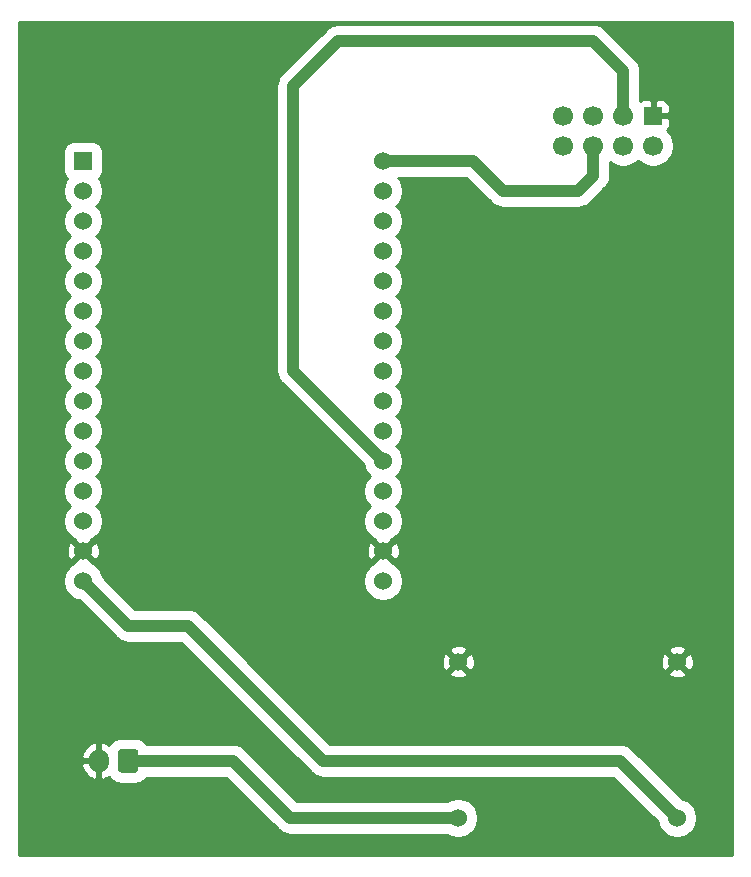
<source format=gbr>
%TF.GenerationSoftware,KiCad,Pcbnew,(5.1.10)-1*%
%TF.CreationDate,2022-04-03T22:30:19-03:00*%
%TF.ProjectId,ESP32_nFR24L01,45535033-325f-46e4-9652-32344c30312e,rev?*%
%TF.SameCoordinates,Original*%
%TF.FileFunction,Copper,L2,Bot*%
%TF.FilePolarity,Positive*%
%FSLAX46Y46*%
G04 Gerber Fmt 4.6, Leading zero omitted, Abs format (unit mm)*
G04 Created by KiCad (PCBNEW (5.1.10)-1) date 2022-04-03 22:30:19*
%MOMM*%
%LPD*%
G01*
G04 APERTURE LIST*
%TA.AperFunction,ComponentPad*%
%ADD10O,1.700000X2.000000*%
%TD*%
%TA.AperFunction,ComponentPad*%
%ADD11C,1.524000*%
%TD*%
%TA.AperFunction,ComponentPad*%
%ADD12C,1.700000*%
%TD*%
%TA.AperFunction,ComponentPad*%
%ADD13R,1.524000X1.524000*%
%TD*%
%TA.AperFunction,Conductor*%
%ADD14C,1.000000*%
%TD*%
%TA.AperFunction,Conductor*%
%ADD15C,0.254000*%
%TD*%
%TA.AperFunction,Conductor*%
%ADD16C,0.100000*%
%TD*%
G04 APERTURE END LIST*
D10*
%TO.P,J1,2*%
%TO.N,GND*%
X121960000Y-121920000D03*
%TO.P,J1,1*%
%TO.N,12V*%
%TA.AperFunction,ComponentPad*%
G36*
G01*
X125310000Y-121170000D02*
X125310000Y-122670000D01*
G75*
G02*
X125060000Y-122920000I-250000J0D01*
G01*
X123860000Y-122920000D01*
G75*
G02*
X123610000Y-122670000I0J250000D01*
G01*
X123610000Y-121170000D01*
G75*
G02*
X123860000Y-120920000I250000J0D01*
G01*
X125060000Y-120920000D01*
G75*
G02*
X125310000Y-121170000I0J-250000D01*
G01*
G37*
%TD.AperFunction*%
%TD*%
D11*
%TO.P,U3,1*%
%TO.N,12V*%
X152400000Y-126746000D03*
%TO.P,U3,3*%
%TO.N,5V*%
X170942000Y-126746000D03*
%TO.P,U3,2*%
%TO.N,GND*%
X152400000Y-113538000D03*
%TO.P,U3,4*%
X170942000Y-113538000D03*
%TD*%
D12*
%TO.P,U2,8*%
%TO.N,Net-(U2-Pad8)*%
X161290000Y-69850000D03*
%TO.P,U2,7*%
%TO.N,MISO*%
X161290000Y-67310000D03*
%TO.P,U2,6*%
%TO.N,MOSI*%
X163830000Y-69850000D03*
%TO.P,U2,5*%
%TO.N,SCK*%
X163830000Y-67310000D03*
%TO.P,U2,4*%
%TO.N,CSN*%
X166370000Y-69850000D03*
%TO.P,U2,3*%
%TO.N,CE*%
X166370000Y-67310000D03*
%TO.P,U2,2*%
%TO.N,3v3*%
X168910000Y-69850000D03*
D13*
%TO.P,U2,1*%
%TO.N,GND*%
X168910000Y-67310000D03*
%TD*%
%TO.P,U1,1*%
%TO.N,Net-(U1-Pad1)*%
X120650000Y-71120000D03*
D11*
%TO.P,U1,2*%
%TO.N,Net-(U1-Pad2)*%
X120650000Y-73660000D03*
%TO.P,U1,3*%
%TO.N,Net-(U1-Pad3)*%
X120650000Y-76200000D03*
%TO.P,U1,4*%
%TO.N,Net-(U1-Pad4)*%
X120650000Y-78740000D03*
%TO.P,U1,5*%
%TO.N,Net-(U1-Pad5)*%
X120650000Y-81280000D03*
%TO.P,U1,6*%
%TO.N,Net-(U1-Pad6)*%
X120650000Y-83820000D03*
%TO.P,U1,7*%
%TO.N,Net-(U1-Pad7)*%
X120650000Y-86360000D03*
%TO.P,U1,8*%
%TO.N,Net-(U1-Pad8)*%
X120650000Y-88900000D03*
%TO.P,U1,9*%
%TO.N,Net-(U1-Pad9)*%
X120650000Y-91440000D03*
%TO.P,U1,10*%
%TO.N,Net-(U1-Pad10)*%
X120650000Y-93980000D03*
%TO.P,U1,11*%
%TO.N,Net-(U1-Pad11)*%
X120650000Y-96520000D03*
%TO.P,U1,12*%
%TO.N,Net-(U1-Pad12)*%
X120650000Y-99060000D03*
%TO.P,U1,13*%
%TO.N,Net-(U1-Pad13)*%
X120650000Y-101600000D03*
%TO.P,U1,14*%
%TO.N,GND*%
X120650000Y-104140000D03*
%TO.P,U1,15*%
%TO.N,5V*%
X120650000Y-106680000D03*
%TO.P,U1,16*%
%TO.N,3v3*%
X146050000Y-106680000D03*
%TO.P,U1,17*%
%TO.N,GND*%
X146050000Y-104140000D03*
%TO.P,U1,18*%
%TO.N,Net-(U1-Pad18)*%
X146050000Y-101600000D03*
%TO.P,U1,19*%
%TO.N,Net-(U1-Pad19)*%
X146050000Y-99060000D03*
%TO.P,U1,20*%
%TO.N,CE*%
X146050000Y-96520000D03*
%TO.P,U1,21*%
%TO.N,Net-(U1-Pad21)*%
X146050000Y-93980000D03*
%TO.P,U1,22*%
%TO.N,Net-(U1-Pad22)*%
X146050000Y-91440000D03*
%TO.P,U1,23*%
%TO.N,CSN*%
X146050000Y-88900000D03*
%TO.P,U1,24*%
%TO.N,SCK*%
X146050000Y-86360000D03*
%TO.P,U1,25*%
%TO.N,MISO*%
X146050000Y-83820000D03*
%TO.P,U1,26*%
%TO.N,Net-(U1-Pad26)*%
X146050000Y-81280000D03*
%TO.P,U1,27*%
%TO.N,Net-(U1-Pad27)*%
X146050000Y-78740000D03*
%TO.P,U1,28*%
%TO.N,Net-(U1-Pad28)*%
X146050000Y-76200000D03*
%TO.P,U1,29*%
%TO.N,Net-(U1-Pad29)*%
X146050000Y-73660000D03*
%TO.P,U1,30*%
%TO.N,MOSI*%
X146050000Y-71120000D03*
%TD*%
D14*
%TO.N,CE*%
X146050000Y-96520000D02*
X138430000Y-88900000D01*
X138430000Y-88900000D02*
X138430000Y-64770000D01*
X138430000Y-64770000D02*
X142240000Y-60960000D01*
X142240000Y-60960000D02*
X163830000Y-60960000D01*
X166370000Y-63500000D02*
X166370000Y-67310000D01*
X163830000Y-60960000D02*
X166370000Y-63500000D01*
%TO.N,5V*%
X124460000Y-110490000D02*
X120650000Y-106680000D01*
X124460000Y-110490000D02*
X129540000Y-110490000D01*
X129540000Y-110490000D02*
X140970000Y-121920000D01*
X166116000Y-121920000D02*
X170942000Y-126746000D01*
X140970000Y-121920000D02*
X166116000Y-121920000D01*
%TO.N,MOSI*%
X146050000Y-71120000D02*
X153670000Y-71120000D01*
X153670000Y-71120000D02*
X156210000Y-73660000D01*
X156210000Y-73660000D02*
X162560000Y-73660000D01*
X163830000Y-72390000D02*
X163830000Y-69850000D01*
X162560000Y-73660000D02*
X163830000Y-72390000D01*
%TO.N,12V*%
X133350000Y-121920000D02*
X124460000Y-121920000D01*
X138176000Y-126746000D02*
X133350000Y-121920000D01*
X152400000Y-126746000D02*
X138176000Y-126746000D01*
%TD*%
D15*
%TO.N,GND*%
X175578001Y-129858000D02*
X115252000Y-129858000D01*
X115252000Y-122279742D01*
X120488715Y-122279742D01*
X120557904Y-122562745D01*
X120680975Y-122826812D01*
X120853198Y-123061795D01*
X121067954Y-123258664D01*
X121316991Y-123409854D01*
X121590739Y-123509554D01*
X121603110Y-123511476D01*
X121833000Y-123390155D01*
X121833000Y-122047000D01*
X120632768Y-122047000D01*
X120488715Y-122279742D01*
X115252000Y-122279742D01*
X115252000Y-121560258D01*
X120488715Y-121560258D01*
X120632768Y-121793000D01*
X121833000Y-121793000D01*
X121833000Y-120449845D01*
X122087000Y-120449845D01*
X122087000Y-121793000D01*
X122107000Y-121793000D01*
X122107000Y-122047000D01*
X122087000Y-122047000D01*
X122087000Y-123390155D01*
X122316890Y-123511476D01*
X122329261Y-123509554D01*
X122603009Y-123409854D01*
X122844028Y-123263532D01*
X122877631Y-123326398D01*
X123024564Y-123505436D01*
X123203602Y-123652369D01*
X123407865Y-123761550D01*
X123629504Y-123828783D01*
X123860000Y-123851485D01*
X125060000Y-123851485D01*
X125290496Y-123828783D01*
X125512135Y-123761550D01*
X125716398Y-123652369D01*
X125895436Y-123505436D01*
X126025461Y-123347000D01*
X132758918Y-123347000D01*
X137117395Y-127705478D01*
X137162077Y-127759923D01*
X137216522Y-127804605D01*
X137216525Y-127804608D01*
X137379365Y-127938248D01*
X137511872Y-128009074D01*
X137627269Y-128070755D01*
X137814661Y-128127600D01*
X137896258Y-128152352D01*
X137920474Y-128154737D01*
X138105902Y-128173000D01*
X138105910Y-128173000D01*
X138176000Y-128179903D01*
X138246090Y-128173000D01*
X151495537Y-128173000D01*
X151599959Y-128242772D01*
X151907337Y-128370092D01*
X152233648Y-128435000D01*
X152566352Y-128435000D01*
X152892663Y-128370092D01*
X153200041Y-128242772D01*
X153476675Y-128057932D01*
X153711932Y-127822675D01*
X153896772Y-127546041D01*
X154024092Y-127238663D01*
X154089000Y-126912352D01*
X154089000Y-126579648D01*
X154024092Y-126253337D01*
X153896772Y-125945959D01*
X153711932Y-125669325D01*
X153476675Y-125434068D01*
X153200041Y-125249228D01*
X152892663Y-125121908D01*
X152566352Y-125057000D01*
X152233648Y-125057000D01*
X151907337Y-125121908D01*
X151599959Y-125249228D01*
X151495537Y-125319000D01*
X138767083Y-125319000D01*
X134408607Y-120960525D01*
X134363923Y-120906077D01*
X134146634Y-120727752D01*
X133898731Y-120595245D01*
X133629741Y-120513648D01*
X133420098Y-120493000D01*
X133420088Y-120493000D01*
X133350000Y-120486097D01*
X133279912Y-120493000D01*
X126025461Y-120493000D01*
X125895436Y-120334564D01*
X125716398Y-120187631D01*
X125512135Y-120078450D01*
X125290496Y-120011217D01*
X125060000Y-119988515D01*
X123860000Y-119988515D01*
X123629504Y-120011217D01*
X123407865Y-120078450D01*
X123203602Y-120187631D01*
X123024564Y-120334564D01*
X122877631Y-120513602D01*
X122844028Y-120576468D01*
X122603009Y-120430146D01*
X122329261Y-120330446D01*
X122316890Y-120328524D01*
X122087000Y-120449845D01*
X121833000Y-120449845D01*
X121603110Y-120328524D01*
X121590739Y-120330446D01*
X121316991Y-120430146D01*
X121067954Y-120581336D01*
X120853198Y-120778205D01*
X120680975Y-121013188D01*
X120557904Y-121277255D01*
X120488715Y-121560258D01*
X115252000Y-121560258D01*
X115252000Y-106513648D01*
X118961000Y-106513648D01*
X118961000Y-106846352D01*
X119025908Y-107172663D01*
X119153228Y-107480041D01*
X119338068Y-107756675D01*
X119573325Y-107991932D01*
X119849959Y-108176772D01*
X120157337Y-108304092D01*
X120280511Y-108328593D01*
X123401395Y-111449478D01*
X123446077Y-111503923D01*
X123500522Y-111548605D01*
X123500525Y-111548608D01*
X123663365Y-111682248D01*
X123795872Y-111753074D01*
X123911269Y-111814755D01*
X124098661Y-111871600D01*
X124180258Y-111896352D01*
X124204474Y-111898737D01*
X124389902Y-111917000D01*
X124389910Y-111917000D01*
X124460000Y-111923903D01*
X124530090Y-111917000D01*
X128948918Y-111917000D01*
X139911395Y-122879478D01*
X139956077Y-122933923D01*
X140010522Y-122978605D01*
X140010525Y-122978608D01*
X140111889Y-123061795D01*
X140173366Y-123112248D01*
X140421269Y-123244755D01*
X140690259Y-123326352D01*
X140899902Y-123347000D01*
X140899911Y-123347000D01*
X140969999Y-123353903D01*
X141040087Y-123347000D01*
X165524918Y-123347000D01*
X169293407Y-127115490D01*
X169317908Y-127238663D01*
X169445228Y-127546041D01*
X169630068Y-127822675D01*
X169865325Y-128057932D01*
X170141959Y-128242772D01*
X170449337Y-128370092D01*
X170775648Y-128435000D01*
X171108352Y-128435000D01*
X171434663Y-128370092D01*
X171742041Y-128242772D01*
X172018675Y-128057932D01*
X172253932Y-127822675D01*
X172438772Y-127546041D01*
X172566092Y-127238663D01*
X172631000Y-126912352D01*
X172631000Y-126579648D01*
X172566092Y-126253337D01*
X172438772Y-125945959D01*
X172253932Y-125669325D01*
X172018675Y-125434068D01*
X171742041Y-125249228D01*
X171434663Y-125121908D01*
X171311490Y-125097407D01*
X167174607Y-120960525D01*
X167129923Y-120906077D01*
X166912634Y-120727752D01*
X166664731Y-120595245D01*
X166395741Y-120513648D01*
X166186098Y-120493000D01*
X166186088Y-120493000D01*
X166116000Y-120486097D01*
X166045912Y-120493000D01*
X141561083Y-120493000D01*
X135571648Y-114503565D01*
X151614040Y-114503565D01*
X151681020Y-114743656D01*
X151930048Y-114860756D01*
X152197135Y-114927023D01*
X152472017Y-114939910D01*
X152744133Y-114898922D01*
X153003023Y-114805636D01*
X153118980Y-114743656D01*
X153185960Y-114503565D01*
X170156040Y-114503565D01*
X170223020Y-114743656D01*
X170472048Y-114860756D01*
X170739135Y-114927023D01*
X171014017Y-114939910D01*
X171286133Y-114898922D01*
X171545023Y-114805636D01*
X171660980Y-114743656D01*
X171727960Y-114503565D01*
X170942000Y-113717605D01*
X170156040Y-114503565D01*
X153185960Y-114503565D01*
X152400000Y-113717605D01*
X151614040Y-114503565D01*
X135571648Y-114503565D01*
X134678100Y-113610017D01*
X150998090Y-113610017D01*
X151039078Y-113882133D01*
X151132364Y-114141023D01*
X151194344Y-114256980D01*
X151434435Y-114323960D01*
X152220395Y-113538000D01*
X152579605Y-113538000D01*
X153365565Y-114323960D01*
X153605656Y-114256980D01*
X153722756Y-114007952D01*
X153789023Y-113740865D01*
X153795157Y-113610017D01*
X169540090Y-113610017D01*
X169581078Y-113882133D01*
X169674364Y-114141023D01*
X169736344Y-114256980D01*
X169976435Y-114323960D01*
X170762395Y-113538000D01*
X171121605Y-113538000D01*
X171907565Y-114323960D01*
X172147656Y-114256980D01*
X172264756Y-114007952D01*
X172331023Y-113740865D01*
X172343910Y-113465983D01*
X172302922Y-113193867D01*
X172209636Y-112934977D01*
X172147656Y-112819020D01*
X171907565Y-112752040D01*
X171121605Y-113538000D01*
X170762395Y-113538000D01*
X169976435Y-112752040D01*
X169736344Y-112819020D01*
X169619244Y-113068048D01*
X169552977Y-113335135D01*
X169540090Y-113610017D01*
X153795157Y-113610017D01*
X153801910Y-113465983D01*
X153760922Y-113193867D01*
X153667636Y-112934977D01*
X153605656Y-112819020D01*
X153365565Y-112752040D01*
X152579605Y-113538000D01*
X152220395Y-113538000D01*
X151434435Y-112752040D01*
X151194344Y-112819020D01*
X151077244Y-113068048D01*
X151010977Y-113335135D01*
X150998090Y-113610017D01*
X134678100Y-113610017D01*
X133640518Y-112572435D01*
X151614040Y-112572435D01*
X152400000Y-113358395D01*
X153185960Y-112572435D01*
X170156040Y-112572435D01*
X170942000Y-113358395D01*
X171727960Y-112572435D01*
X171660980Y-112332344D01*
X171411952Y-112215244D01*
X171144865Y-112148977D01*
X170869983Y-112136090D01*
X170597867Y-112177078D01*
X170338977Y-112270364D01*
X170223020Y-112332344D01*
X170156040Y-112572435D01*
X153185960Y-112572435D01*
X153118980Y-112332344D01*
X152869952Y-112215244D01*
X152602865Y-112148977D01*
X152327983Y-112136090D01*
X152055867Y-112177078D01*
X151796977Y-112270364D01*
X151681020Y-112332344D01*
X151614040Y-112572435D01*
X133640518Y-112572435D01*
X130598607Y-109530525D01*
X130553923Y-109476077D01*
X130336634Y-109297752D01*
X130088731Y-109165245D01*
X129819741Y-109083648D01*
X129610098Y-109063000D01*
X129610088Y-109063000D01*
X129540000Y-109056097D01*
X129469912Y-109063000D01*
X125051083Y-109063000D01*
X122501731Y-106513648D01*
X144361000Y-106513648D01*
X144361000Y-106846352D01*
X144425908Y-107172663D01*
X144553228Y-107480041D01*
X144738068Y-107756675D01*
X144973325Y-107991932D01*
X145249959Y-108176772D01*
X145557337Y-108304092D01*
X145883648Y-108369000D01*
X146216352Y-108369000D01*
X146542663Y-108304092D01*
X146850041Y-108176772D01*
X147126675Y-107991932D01*
X147361932Y-107756675D01*
X147546772Y-107480041D01*
X147674092Y-107172663D01*
X147739000Y-106846352D01*
X147739000Y-106513648D01*
X147674092Y-106187337D01*
X147546772Y-105879959D01*
X147361932Y-105603325D01*
X147126675Y-105368068D01*
X146850041Y-105183228D01*
X146817997Y-105169955D01*
X146835960Y-105105565D01*
X146050000Y-104319605D01*
X145264040Y-105105565D01*
X145282003Y-105169955D01*
X145249959Y-105183228D01*
X144973325Y-105368068D01*
X144738068Y-105603325D01*
X144553228Y-105879959D01*
X144425908Y-106187337D01*
X144361000Y-106513648D01*
X122501731Y-106513648D01*
X122298593Y-106310511D01*
X122274092Y-106187337D01*
X122146772Y-105879959D01*
X121961932Y-105603325D01*
X121726675Y-105368068D01*
X121450041Y-105183228D01*
X121417997Y-105169955D01*
X121435960Y-105105565D01*
X120650000Y-104319605D01*
X119864040Y-105105565D01*
X119882003Y-105169955D01*
X119849959Y-105183228D01*
X119573325Y-105368068D01*
X119338068Y-105603325D01*
X119153228Y-105879959D01*
X119025908Y-106187337D01*
X118961000Y-106513648D01*
X115252000Y-106513648D01*
X115252000Y-104212017D01*
X119248090Y-104212017D01*
X119289078Y-104484133D01*
X119382364Y-104743023D01*
X119444344Y-104858980D01*
X119684435Y-104925960D01*
X120470395Y-104140000D01*
X120829605Y-104140000D01*
X121615565Y-104925960D01*
X121855656Y-104858980D01*
X121972756Y-104609952D01*
X122039023Y-104342865D01*
X122045157Y-104212017D01*
X144648090Y-104212017D01*
X144689078Y-104484133D01*
X144782364Y-104743023D01*
X144844344Y-104858980D01*
X145084435Y-104925960D01*
X145870395Y-104140000D01*
X146229605Y-104140000D01*
X147015565Y-104925960D01*
X147255656Y-104858980D01*
X147372756Y-104609952D01*
X147439023Y-104342865D01*
X147451910Y-104067983D01*
X147410922Y-103795867D01*
X147317636Y-103536977D01*
X147255656Y-103421020D01*
X147015565Y-103354040D01*
X146229605Y-104140000D01*
X145870395Y-104140000D01*
X145084435Y-103354040D01*
X144844344Y-103421020D01*
X144727244Y-103670048D01*
X144660977Y-103937135D01*
X144648090Y-104212017D01*
X122045157Y-104212017D01*
X122051910Y-104067983D01*
X122010922Y-103795867D01*
X121917636Y-103536977D01*
X121855656Y-103421020D01*
X121615565Y-103354040D01*
X120829605Y-104140000D01*
X120470395Y-104140000D01*
X119684435Y-103354040D01*
X119444344Y-103421020D01*
X119327244Y-103670048D01*
X119260977Y-103937135D01*
X119248090Y-104212017D01*
X115252000Y-104212017D01*
X115252000Y-70358000D01*
X118956515Y-70358000D01*
X118956515Y-71882000D01*
X118974413Y-72063724D01*
X119027420Y-72238464D01*
X119113499Y-72399505D01*
X119229341Y-72540659D01*
X119317974Y-72613398D01*
X119153228Y-72859959D01*
X119025908Y-73167337D01*
X118961000Y-73493648D01*
X118961000Y-73826352D01*
X119025908Y-74152663D01*
X119153228Y-74460041D01*
X119338068Y-74736675D01*
X119531393Y-74930000D01*
X119338068Y-75123325D01*
X119153228Y-75399959D01*
X119025908Y-75707337D01*
X118961000Y-76033648D01*
X118961000Y-76366352D01*
X119025908Y-76692663D01*
X119153228Y-77000041D01*
X119338068Y-77276675D01*
X119531393Y-77470000D01*
X119338068Y-77663325D01*
X119153228Y-77939959D01*
X119025908Y-78247337D01*
X118961000Y-78573648D01*
X118961000Y-78906352D01*
X119025908Y-79232663D01*
X119153228Y-79540041D01*
X119338068Y-79816675D01*
X119531393Y-80010000D01*
X119338068Y-80203325D01*
X119153228Y-80479959D01*
X119025908Y-80787337D01*
X118961000Y-81113648D01*
X118961000Y-81446352D01*
X119025908Y-81772663D01*
X119153228Y-82080041D01*
X119338068Y-82356675D01*
X119531393Y-82550000D01*
X119338068Y-82743325D01*
X119153228Y-83019959D01*
X119025908Y-83327337D01*
X118961000Y-83653648D01*
X118961000Y-83986352D01*
X119025908Y-84312663D01*
X119153228Y-84620041D01*
X119338068Y-84896675D01*
X119531393Y-85090000D01*
X119338068Y-85283325D01*
X119153228Y-85559959D01*
X119025908Y-85867337D01*
X118961000Y-86193648D01*
X118961000Y-86526352D01*
X119025908Y-86852663D01*
X119153228Y-87160041D01*
X119338068Y-87436675D01*
X119531393Y-87630000D01*
X119338068Y-87823325D01*
X119153228Y-88099959D01*
X119025908Y-88407337D01*
X118961000Y-88733648D01*
X118961000Y-89066352D01*
X119025908Y-89392663D01*
X119153228Y-89700041D01*
X119338068Y-89976675D01*
X119531393Y-90170000D01*
X119338068Y-90363325D01*
X119153228Y-90639959D01*
X119025908Y-90947337D01*
X118961000Y-91273648D01*
X118961000Y-91606352D01*
X119025908Y-91932663D01*
X119153228Y-92240041D01*
X119338068Y-92516675D01*
X119531393Y-92710000D01*
X119338068Y-92903325D01*
X119153228Y-93179959D01*
X119025908Y-93487337D01*
X118961000Y-93813648D01*
X118961000Y-94146352D01*
X119025908Y-94472663D01*
X119153228Y-94780041D01*
X119338068Y-95056675D01*
X119531393Y-95250000D01*
X119338068Y-95443325D01*
X119153228Y-95719959D01*
X119025908Y-96027337D01*
X118961000Y-96353648D01*
X118961000Y-96686352D01*
X119025908Y-97012663D01*
X119153228Y-97320041D01*
X119338068Y-97596675D01*
X119531393Y-97790000D01*
X119338068Y-97983325D01*
X119153228Y-98259959D01*
X119025908Y-98567337D01*
X118961000Y-98893648D01*
X118961000Y-99226352D01*
X119025908Y-99552663D01*
X119153228Y-99860041D01*
X119338068Y-100136675D01*
X119531393Y-100330000D01*
X119338068Y-100523325D01*
X119153228Y-100799959D01*
X119025908Y-101107337D01*
X118961000Y-101433648D01*
X118961000Y-101766352D01*
X119025908Y-102092663D01*
X119153228Y-102400041D01*
X119338068Y-102676675D01*
X119573325Y-102911932D01*
X119849959Y-103096772D01*
X119882003Y-103110045D01*
X119864040Y-103174435D01*
X120650000Y-103960395D01*
X121435960Y-103174435D01*
X121417997Y-103110045D01*
X121450041Y-103096772D01*
X121726675Y-102911932D01*
X121961932Y-102676675D01*
X122146772Y-102400041D01*
X122274092Y-102092663D01*
X122339000Y-101766352D01*
X122339000Y-101433648D01*
X122274092Y-101107337D01*
X122146772Y-100799959D01*
X121961932Y-100523325D01*
X121768607Y-100330000D01*
X121961932Y-100136675D01*
X122146772Y-99860041D01*
X122274092Y-99552663D01*
X122339000Y-99226352D01*
X122339000Y-98893648D01*
X122274092Y-98567337D01*
X122146772Y-98259959D01*
X121961932Y-97983325D01*
X121768607Y-97790000D01*
X121961932Y-97596675D01*
X122146772Y-97320041D01*
X122274092Y-97012663D01*
X122339000Y-96686352D01*
X122339000Y-96353648D01*
X122274092Y-96027337D01*
X122146772Y-95719959D01*
X121961932Y-95443325D01*
X121768607Y-95250000D01*
X121961932Y-95056675D01*
X122146772Y-94780041D01*
X122274092Y-94472663D01*
X122339000Y-94146352D01*
X122339000Y-93813648D01*
X122274092Y-93487337D01*
X122146772Y-93179959D01*
X121961932Y-92903325D01*
X121768607Y-92710000D01*
X121961932Y-92516675D01*
X122146772Y-92240041D01*
X122274092Y-91932663D01*
X122339000Y-91606352D01*
X122339000Y-91273648D01*
X122274092Y-90947337D01*
X122146772Y-90639959D01*
X121961932Y-90363325D01*
X121768607Y-90170000D01*
X121961932Y-89976675D01*
X122146772Y-89700041D01*
X122274092Y-89392663D01*
X122339000Y-89066352D01*
X122339000Y-88733648D01*
X122274092Y-88407337D01*
X122146772Y-88099959D01*
X121961932Y-87823325D01*
X121768607Y-87630000D01*
X121961932Y-87436675D01*
X122146772Y-87160041D01*
X122274092Y-86852663D01*
X122339000Y-86526352D01*
X122339000Y-86193648D01*
X122274092Y-85867337D01*
X122146772Y-85559959D01*
X121961932Y-85283325D01*
X121768607Y-85090000D01*
X121961932Y-84896675D01*
X122146772Y-84620041D01*
X122274092Y-84312663D01*
X122339000Y-83986352D01*
X122339000Y-83653648D01*
X122274092Y-83327337D01*
X122146772Y-83019959D01*
X121961932Y-82743325D01*
X121768607Y-82550000D01*
X121961932Y-82356675D01*
X122146772Y-82080041D01*
X122274092Y-81772663D01*
X122339000Y-81446352D01*
X122339000Y-81113648D01*
X122274092Y-80787337D01*
X122146772Y-80479959D01*
X121961932Y-80203325D01*
X121768607Y-80010000D01*
X121961932Y-79816675D01*
X122146772Y-79540041D01*
X122274092Y-79232663D01*
X122339000Y-78906352D01*
X122339000Y-78573648D01*
X122274092Y-78247337D01*
X122146772Y-77939959D01*
X121961932Y-77663325D01*
X121768607Y-77470000D01*
X121961932Y-77276675D01*
X122146772Y-77000041D01*
X122274092Y-76692663D01*
X122339000Y-76366352D01*
X122339000Y-76033648D01*
X122274092Y-75707337D01*
X122146772Y-75399959D01*
X121961932Y-75123325D01*
X121768607Y-74930000D01*
X121961932Y-74736675D01*
X122146772Y-74460041D01*
X122274092Y-74152663D01*
X122339000Y-73826352D01*
X122339000Y-73493648D01*
X122274092Y-73167337D01*
X122146772Y-72859959D01*
X121982026Y-72613398D01*
X122070659Y-72540659D01*
X122186501Y-72399505D01*
X122272580Y-72238464D01*
X122325587Y-72063724D01*
X122343485Y-71882000D01*
X122343485Y-70358000D01*
X122325587Y-70176276D01*
X122272580Y-70001536D01*
X122186501Y-69840495D01*
X122070659Y-69699341D01*
X121929505Y-69583499D01*
X121768464Y-69497420D01*
X121593724Y-69444413D01*
X121412000Y-69426515D01*
X119888000Y-69426515D01*
X119706276Y-69444413D01*
X119531536Y-69497420D01*
X119370495Y-69583499D01*
X119229341Y-69699341D01*
X119113499Y-69840495D01*
X119027420Y-70001536D01*
X118974413Y-70176276D01*
X118956515Y-70358000D01*
X115252000Y-70358000D01*
X115252000Y-64770000D01*
X136996097Y-64770000D01*
X137003001Y-64840098D01*
X137003000Y-88829912D01*
X136996097Y-88900000D01*
X137003000Y-88970088D01*
X137003000Y-88970097D01*
X137023648Y-89179740D01*
X137105245Y-89448730D01*
X137105246Y-89448731D01*
X137237753Y-89696634D01*
X137371392Y-89859474D01*
X137371395Y-89859477D01*
X137416077Y-89913922D01*
X137470523Y-89958605D01*
X144401407Y-96889489D01*
X144425908Y-97012663D01*
X144553228Y-97320041D01*
X144738068Y-97596675D01*
X144931393Y-97790000D01*
X144738068Y-97983325D01*
X144553228Y-98259959D01*
X144425908Y-98567337D01*
X144361000Y-98893648D01*
X144361000Y-99226352D01*
X144425908Y-99552663D01*
X144553228Y-99860041D01*
X144738068Y-100136675D01*
X144931393Y-100330000D01*
X144738068Y-100523325D01*
X144553228Y-100799959D01*
X144425908Y-101107337D01*
X144361000Y-101433648D01*
X144361000Y-101766352D01*
X144425908Y-102092663D01*
X144553228Y-102400041D01*
X144738068Y-102676675D01*
X144973325Y-102911932D01*
X145249959Y-103096772D01*
X145282003Y-103110045D01*
X145264040Y-103174435D01*
X146050000Y-103960395D01*
X146835960Y-103174435D01*
X146817997Y-103110045D01*
X146850041Y-103096772D01*
X147126675Y-102911932D01*
X147361932Y-102676675D01*
X147546772Y-102400041D01*
X147674092Y-102092663D01*
X147739000Y-101766352D01*
X147739000Y-101433648D01*
X147674092Y-101107337D01*
X147546772Y-100799959D01*
X147361932Y-100523325D01*
X147168607Y-100330000D01*
X147361932Y-100136675D01*
X147546772Y-99860041D01*
X147674092Y-99552663D01*
X147739000Y-99226352D01*
X147739000Y-98893648D01*
X147674092Y-98567337D01*
X147546772Y-98259959D01*
X147361932Y-97983325D01*
X147168607Y-97790000D01*
X147361932Y-97596675D01*
X147546772Y-97320041D01*
X147674092Y-97012663D01*
X147739000Y-96686352D01*
X147739000Y-96353648D01*
X147674092Y-96027337D01*
X147546772Y-95719959D01*
X147361932Y-95443325D01*
X147168607Y-95250000D01*
X147361932Y-95056675D01*
X147546772Y-94780041D01*
X147674092Y-94472663D01*
X147739000Y-94146352D01*
X147739000Y-93813648D01*
X147674092Y-93487337D01*
X147546772Y-93179959D01*
X147361932Y-92903325D01*
X147168607Y-92710000D01*
X147361932Y-92516675D01*
X147546772Y-92240041D01*
X147674092Y-91932663D01*
X147739000Y-91606352D01*
X147739000Y-91273648D01*
X147674092Y-90947337D01*
X147546772Y-90639959D01*
X147361932Y-90363325D01*
X147168607Y-90170000D01*
X147361932Y-89976675D01*
X147546772Y-89700041D01*
X147674092Y-89392663D01*
X147739000Y-89066352D01*
X147739000Y-88733648D01*
X147674092Y-88407337D01*
X147546772Y-88099959D01*
X147361932Y-87823325D01*
X147168607Y-87630000D01*
X147361932Y-87436675D01*
X147546772Y-87160041D01*
X147674092Y-86852663D01*
X147739000Y-86526352D01*
X147739000Y-86193648D01*
X147674092Y-85867337D01*
X147546772Y-85559959D01*
X147361932Y-85283325D01*
X147168607Y-85090000D01*
X147361932Y-84896675D01*
X147546772Y-84620041D01*
X147674092Y-84312663D01*
X147739000Y-83986352D01*
X147739000Y-83653648D01*
X147674092Y-83327337D01*
X147546772Y-83019959D01*
X147361932Y-82743325D01*
X147168607Y-82550000D01*
X147361932Y-82356675D01*
X147546772Y-82080041D01*
X147674092Y-81772663D01*
X147739000Y-81446352D01*
X147739000Y-81113648D01*
X147674092Y-80787337D01*
X147546772Y-80479959D01*
X147361932Y-80203325D01*
X147168607Y-80010000D01*
X147361932Y-79816675D01*
X147546772Y-79540041D01*
X147674092Y-79232663D01*
X147739000Y-78906352D01*
X147739000Y-78573648D01*
X147674092Y-78247337D01*
X147546772Y-77939959D01*
X147361932Y-77663325D01*
X147168607Y-77470000D01*
X147361932Y-77276675D01*
X147546772Y-77000041D01*
X147674092Y-76692663D01*
X147739000Y-76366352D01*
X147739000Y-76033648D01*
X147674092Y-75707337D01*
X147546772Y-75399959D01*
X147361932Y-75123325D01*
X147168607Y-74930000D01*
X147361932Y-74736675D01*
X147546772Y-74460041D01*
X147674092Y-74152663D01*
X147739000Y-73826352D01*
X147739000Y-73493648D01*
X147674092Y-73167337D01*
X147546772Y-72859959D01*
X147361932Y-72583325D01*
X147325607Y-72547000D01*
X153078918Y-72547000D01*
X155151390Y-74619472D01*
X155196077Y-74673923D01*
X155413366Y-74852248D01*
X155661269Y-74984755D01*
X155930259Y-75066352D01*
X156139902Y-75087000D01*
X156139911Y-75087000D01*
X156209999Y-75093903D01*
X156280087Y-75087000D01*
X162489912Y-75087000D01*
X162560000Y-75093903D01*
X162630088Y-75087000D01*
X162630098Y-75087000D01*
X162839741Y-75066352D01*
X163108731Y-74984755D01*
X163356634Y-74852248D01*
X163573923Y-74673923D01*
X163618610Y-74619472D01*
X164789477Y-73448605D01*
X164843922Y-73403923D01*
X165022248Y-73186634D01*
X165154755Y-72938731D01*
X165236352Y-72669741D01*
X165257000Y-72460098D01*
X165257000Y-72460089D01*
X165263903Y-72390001D01*
X165257000Y-72319913D01*
X165257000Y-71243497D01*
X165528275Y-71424757D01*
X165851668Y-71558711D01*
X166194981Y-71627000D01*
X166545019Y-71627000D01*
X166888332Y-71558711D01*
X167211725Y-71424757D01*
X167502771Y-71230286D01*
X167640000Y-71093057D01*
X167777229Y-71230286D01*
X168068275Y-71424757D01*
X168391668Y-71558711D01*
X168734981Y-71627000D01*
X169085019Y-71627000D01*
X169428332Y-71558711D01*
X169751725Y-71424757D01*
X170042771Y-71230286D01*
X170290286Y-70982771D01*
X170484757Y-70691725D01*
X170618711Y-70368332D01*
X170687000Y-70025019D01*
X170687000Y-69674981D01*
X170618711Y-69331668D01*
X170484757Y-69008275D01*
X170290286Y-68717229D01*
X170108387Y-68535330D01*
X170123185Y-68523185D01*
X170202537Y-68426494D01*
X170261502Y-68316180D01*
X170297812Y-68196482D01*
X170310072Y-68072000D01*
X170307000Y-67595750D01*
X170148250Y-67437000D01*
X169037000Y-67437000D01*
X169037000Y-67457000D01*
X168783000Y-67457000D01*
X168783000Y-67437000D01*
X168763000Y-67437000D01*
X168763000Y-67183000D01*
X168783000Y-67183000D01*
X168783000Y-66071750D01*
X169037000Y-66071750D01*
X169037000Y-67183000D01*
X170148250Y-67183000D01*
X170307000Y-67024250D01*
X170310072Y-66548000D01*
X170297812Y-66423518D01*
X170261502Y-66303820D01*
X170202537Y-66193506D01*
X170123185Y-66096815D01*
X170026494Y-66017463D01*
X169916180Y-65958498D01*
X169796482Y-65922188D01*
X169672000Y-65909928D01*
X169195750Y-65913000D01*
X169037000Y-66071750D01*
X168783000Y-66071750D01*
X168624250Y-65913000D01*
X168148000Y-65909928D01*
X168023518Y-65922188D01*
X167903820Y-65958498D01*
X167797000Y-66015595D01*
X167797000Y-63570087D01*
X167803903Y-63499999D01*
X167797000Y-63429911D01*
X167797000Y-63429902D01*
X167776352Y-63220259D01*
X167694755Y-62951269D01*
X167562248Y-62703366D01*
X167383922Y-62486077D01*
X167329477Y-62441395D01*
X164888610Y-60000528D01*
X164843923Y-59946077D01*
X164626634Y-59767752D01*
X164378731Y-59635245D01*
X164109741Y-59553648D01*
X163900098Y-59533000D01*
X163900088Y-59533000D01*
X163830000Y-59526097D01*
X163759912Y-59533000D01*
X142310090Y-59533000D01*
X142240000Y-59526097D01*
X142169910Y-59533000D01*
X142169902Y-59533000D01*
X141984474Y-59551263D01*
X141960258Y-59553648D01*
X141878661Y-59578400D01*
X141691269Y-59635245D01*
X141575872Y-59696926D01*
X141443365Y-59767752D01*
X141280525Y-59901392D01*
X141280522Y-59901395D01*
X141226077Y-59946077D01*
X141181395Y-60000522D01*
X137470523Y-63711395D01*
X137416078Y-63756077D01*
X137371396Y-63810522D01*
X137371392Y-63810526D01*
X137237753Y-63973366D01*
X137105246Y-64221269D01*
X137023649Y-64490259D01*
X136996097Y-64770000D01*
X115252000Y-64770000D01*
X115252000Y-59372000D01*
X175578000Y-59372000D01*
X175578001Y-129858000D01*
%TA.AperFunction,Conductor*%
D16*
G36*
X175578001Y-129858000D02*
G01*
X115252000Y-129858000D01*
X115252000Y-122279742D01*
X120488715Y-122279742D01*
X120557904Y-122562745D01*
X120680975Y-122826812D01*
X120853198Y-123061795D01*
X121067954Y-123258664D01*
X121316991Y-123409854D01*
X121590739Y-123509554D01*
X121603110Y-123511476D01*
X121833000Y-123390155D01*
X121833000Y-122047000D01*
X120632768Y-122047000D01*
X120488715Y-122279742D01*
X115252000Y-122279742D01*
X115252000Y-121560258D01*
X120488715Y-121560258D01*
X120632768Y-121793000D01*
X121833000Y-121793000D01*
X121833000Y-120449845D01*
X122087000Y-120449845D01*
X122087000Y-121793000D01*
X122107000Y-121793000D01*
X122107000Y-122047000D01*
X122087000Y-122047000D01*
X122087000Y-123390155D01*
X122316890Y-123511476D01*
X122329261Y-123509554D01*
X122603009Y-123409854D01*
X122844028Y-123263532D01*
X122877631Y-123326398D01*
X123024564Y-123505436D01*
X123203602Y-123652369D01*
X123407865Y-123761550D01*
X123629504Y-123828783D01*
X123860000Y-123851485D01*
X125060000Y-123851485D01*
X125290496Y-123828783D01*
X125512135Y-123761550D01*
X125716398Y-123652369D01*
X125895436Y-123505436D01*
X126025461Y-123347000D01*
X132758918Y-123347000D01*
X137117395Y-127705478D01*
X137162077Y-127759923D01*
X137216522Y-127804605D01*
X137216525Y-127804608D01*
X137379365Y-127938248D01*
X137511872Y-128009074D01*
X137627269Y-128070755D01*
X137814661Y-128127600D01*
X137896258Y-128152352D01*
X137920474Y-128154737D01*
X138105902Y-128173000D01*
X138105910Y-128173000D01*
X138176000Y-128179903D01*
X138246090Y-128173000D01*
X151495537Y-128173000D01*
X151599959Y-128242772D01*
X151907337Y-128370092D01*
X152233648Y-128435000D01*
X152566352Y-128435000D01*
X152892663Y-128370092D01*
X153200041Y-128242772D01*
X153476675Y-128057932D01*
X153711932Y-127822675D01*
X153896772Y-127546041D01*
X154024092Y-127238663D01*
X154089000Y-126912352D01*
X154089000Y-126579648D01*
X154024092Y-126253337D01*
X153896772Y-125945959D01*
X153711932Y-125669325D01*
X153476675Y-125434068D01*
X153200041Y-125249228D01*
X152892663Y-125121908D01*
X152566352Y-125057000D01*
X152233648Y-125057000D01*
X151907337Y-125121908D01*
X151599959Y-125249228D01*
X151495537Y-125319000D01*
X138767083Y-125319000D01*
X134408607Y-120960525D01*
X134363923Y-120906077D01*
X134146634Y-120727752D01*
X133898731Y-120595245D01*
X133629741Y-120513648D01*
X133420098Y-120493000D01*
X133420088Y-120493000D01*
X133350000Y-120486097D01*
X133279912Y-120493000D01*
X126025461Y-120493000D01*
X125895436Y-120334564D01*
X125716398Y-120187631D01*
X125512135Y-120078450D01*
X125290496Y-120011217D01*
X125060000Y-119988515D01*
X123860000Y-119988515D01*
X123629504Y-120011217D01*
X123407865Y-120078450D01*
X123203602Y-120187631D01*
X123024564Y-120334564D01*
X122877631Y-120513602D01*
X122844028Y-120576468D01*
X122603009Y-120430146D01*
X122329261Y-120330446D01*
X122316890Y-120328524D01*
X122087000Y-120449845D01*
X121833000Y-120449845D01*
X121603110Y-120328524D01*
X121590739Y-120330446D01*
X121316991Y-120430146D01*
X121067954Y-120581336D01*
X120853198Y-120778205D01*
X120680975Y-121013188D01*
X120557904Y-121277255D01*
X120488715Y-121560258D01*
X115252000Y-121560258D01*
X115252000Y-106513648D01*
X118961000Y-106513648D01*
X118961000Y-106846352D01*
X119025908Y-107172663D01*
X119153228Y-107480041D01*
X119338068Y-107756675D01*
X119573325Y-107991932D01*
X119849959Y-108176772D01*
X120157337Y-108304092D01*
X120280511Y-108328593D01*
X123401395Y-111449478D01*
X123446077Y-111503923D01*
X123500522Y-111548605D01*
X123500525Y-111548608D01*
X123663365Y-111682248D01*
X123795872Y-111753074D01*
X123911269Y-111814755D01*
X124098661Y-111871600D01*
X124180258Y-111896352D01*
X124204474Y-111898737D01*
X124389902Y-111917000D01*
X124389910Y-111917000D01*
X124460000Y-111923903D01*
X124530090Y-111917000D01*
X128948918Y-111917000D01*
X139911395Y-122879478D01*
X139956077Y-122933923D01*
X140010522Y-122978605D01*
X140010525Y-122978608D01*
X140111889Y-123061795D01*
X140173366Y-123112248D01*
X140421269Y-123244755D01*
X140690259Y-123326352D01*
X140899902Y-123347000D01*
X140899911Y-123347000D01*
X140969999Y-123353903D01*
X141040087Y-123347000D01*
X165524918Y-123347000D01*
X169293407Y-127115490D01*
X169317908Y-127238663D01*
X169445228Y-127546041D01*
X169630068Y-127822675D01*
X169865325Y-128057932D01*
X170141959Y-128242772D01*
X170449337Y-128370092D01*
X170775648Y-128435000D01*
X171108352Y-128435000D01*
X171434663Y-128370092D01*
X171742041Y-128242772D01*
X172018675Y-128057932D01*
X172253932Y-127822675D01*
X172438772Y-127546041D01*
X172566092Y-127238663D01*
X172631000Y-126912352D01*
X172631000Y-126579648D01*
X172566092Y-126253337D01*
X172438772Y-125945959D01*
X172253932Y-125669325D01*
X172018675Y-125434068D01*
X171742041Y-125249228D01*
X171434663Y-125121908D01*
X171311490Y-125097407D01*
X167174607Y-120960525D01*
X167129923Y-120906077D01*
X166912634Y-120727752D01*
X166664731Y-120595245D01*
X166395741Y-120513648D01*
X166186098Y-120493000D01*
X166186088Y-120493000D01*
X166116000Y-120486097D01*
X166045912Y-120493000D01*
X141561083Y-120493000D01*
X135571648Y-114503565D01*
X151614040Y-114503565D01*
X151681020Y-114743656D01*
X151930048Y-114860756D01*
X152197135Y-114927023D01*
X152472017Y-114939910D01*
X152744133Y-114898922D01*
X153003023Y-114805636D01*
X153118980Y-114743656D01*
X153185960Y-114503565D01*
X170156040Y-114503565D01*
X170223020Y-114743656D01*
X170472048Y-114860756D01*
X170739135Y-114927023D01*
X171014017Y-114939910D01*
X171286133Y-114898922D01*
X171545023Y-114805636D01*
X171660980Y-114743656D01*
X171727960Y-114503565D01*
X170942000Y-113717605D01*
X170156040Y-114503565D01*
X153185960Y-114503565D01*
X152400000Y-113717605D01*
X151614040Y-114503565D01*
X135571648Y-114503565D01*
X134678100Y-113610017D01*
X150998090Y-113610017D01*
X151039078Y-113882133D01*
X151132364Y-114141023D01*
X151194344Y-114256980D01*
X151434435Y-114323960D01*
X152220395Y-113538000D01*
X152579605Y-113538000D01*
X153365565Y-114323960D01*
X153605656Y-114256980D01*
X153722756Y-114007952D01*
X153789023Y-113740865D01*
X153795157Y-113610017D01*
X169540090Y-113610017D01*
X169581078Y-113882133D01*
X169674364Y-114141023D01*
X169736344Y-114256980D01*
X169976435Y-114323960D01*
X170762395Y-113538000D01*
X171121605Y-113538000D01*
X171907565Y-114323960D01*
X172147656Y-114256980D01*
X172264756Y-114007952D01*
X172331023Y-113740865D01*
X172343910Y-113465983D01*
X172302922Y-113193867D01*
X172209636Y-112934977D01*
X172147656Y-112819020D01*
X171907565Y-112752040D01*
X171121605Y-113538000D01*
X170762395Y-113538000D01*
X169976435Y-112752040D01*
X169736344Y-112819020D01*
X169619244Y-113068048D01*
X169552977Y-113335135D01*
X169540090Y-113610017D01*
X153795157Y-113610017D01*
X153801910Y-113465983D01*
X153760922Y-113193867D01*
X153667636Y-112934977D01*
X153605656Y-112819020D01*
X153365565Y-112752040D01*
X152579605Y-113538000D01*
X152220395Y-113538000D01*
X151434435Y-112752040D01*
X151194344Y-112819020D01*
X151077244Y-113068048D01*
X151010977Y-113335135D01*
X150998090Y-113610017D01*
X134678100Y-113610017D01*
X133640518Y-112572435D01*
X151614040Y-112572435D01*
X152400000Y-113358395D01*
X153185960Y-112572435D01*
X170156040Y-112572435D01*
X170942000Y-113358395D01*
X171727960Y-112572435D01*
X171660980Y-112332344D01*
X171411952Y-112215244D01*
X171144865Y-112148977D01*
X170869983Y-112136090D01*
X170597867Y-112177078D01*
X170338977Y-112270364D01*
X170223020Y-112332344D01*
X170156040Y-112572435D01*
X153185960Y-112572435D01*
X153118980Y-112332344D01*
X152869952Y-112215244D01*
X152602865Y-112148977D01*
X152327983Y-112136090D01*
X152055867Y-112177078D01*
X151796977Y-112270364D01*
X151681020Y-112332344D01*
X151614040Y-112572435D01*
X133640518Y-112572435D01*
X130598607Y-109530525D01*
X130553923Y-109476077D01*
X130336634Y-109297752D01*
X130088731Y-109165245D01*
X129819741Y-109083648D01*
X129610098Y-109063000D01*
X129610088Y-109063000D01*
X129540000Y-109056097D01*
X129469912Y-109063000D01*
X125051083Y-109063000D01*
X122501731Y-106513648D01*
X144361000Y-106513648D01*
X144361000Y-106846352D01*
X144425908Y-107172663D01*
X144553228Y-107480041D01*
X144738068Y-107756675D01*
X144973325Y-107991932D01*
X145249959Y-108176772D01*
X145557337Y-108304092D01*
X145883648Y-108369000D01*
X146216352Y-108369000D01*
X146542663Y-108304092D01*
X146850041Y-108176772D01*
X147126675Y-107991932D01*
X147361932Y-107756675D01*
X147546772Y-107480041D01*
X147674092Y-107172663D01*
X147739000Y-106846352D01*
X147739000Y-106513648D01*
X147674092Y-106187337D01*
X147546772Y-105879959D01*
X147361932Y-105603325D01*
X147126675Y-105368068D01*
X146850041Y-105183228D01*
X146817997Y-105169955D01*
X146835960Y-105105565D01*
X146050000Y-104319605D01*
X145264040Y-105105565D01*
X145282003Y-105169955D01*
X145249959Y-105183228D01*
X144973325Y-105368068D01*
X144738068Y-105603325D01*
X144553228Y-105879959D01*
X144425908Y-106187337D01*
X144361000Y-106513648D01*
X122501731Y-106513648D01*
X122298593Y-106310511D01*
X122274092Y-106187337D01*
X122146772Y-105879959D01*
X121961932Y-105603325D01*
X121726675Y-105368068D01*
X121450041Y-105183228D01*
X121417997Y-105169955D01*
X121435960Y-105105565D01*
X120650000Y-104319605D01*
X119864040Y-105105565D01*
X119882003Y-105169955D01*
X119849959Y-105183228D01*
X119573325Y-105368068D01*
X119338068Y-105603325D01*
X119153228Y-105879959D01*
X119025908Y-106187337D01*
X118961000Y-106513648D01*
X115252000Y-106513648D01*
X115252000Y-104212017D01*
X119248090Y-104212017D01*
X119289078Y-104484133D01*
X119382364Y-104743023D01*
X119444344Y-104858980D01*
X119684435Y-104925960D01*
X120470395Y-104140000D01*
X120829605Y-104140000D01*
X121615565Y-104925960D01*
X121855656Y-104858980D01*
X121972756Y-104609952D01*
X122039023Y-104342865D01*
X122045157Y-104212017D01*
X144648090Y-104212017D01*
X144689078Y-104484133D01*
X144782364Y-104743023D01*
X144844344Y-104858980D01*
X145084435Y-104925960D01*
X145870395Y-104140000D01*
X146229605Y-104140000D01*
X147015565Y-104925960D01*
X147255656Y-104858980D01*
X147372756Y-104609952D01*
X147439023Y-104342865D01*
X147451910Y-104067983D01*
X147410922Y-103795867D01*
X147317636Y-103536977D01*
X147255656Y-103421020D01*
X147015565Y-103354040D01*
X146229605Y-104140000D01*
X145870395Y-104140000D01*
X145084435Y-103354040D01*
X144844344Y-103421020D01*
X144727244Y-103670048D01*
X144660977Y-103937135D01*
X144648090Y-104212017D01*
X122045157Y-104212017D01*
X122051910Y-104067983D01*
X122010922Y-103795867D01*
X121917636Y-103536977D01*
X121855656Y-103421020D01*
X121615565Y-103354040D01*
X120829605Y-104140000D01*
X120470395Y-104140000D01*
X119684435Y-103354040D01*
X119444344Y-103421020D01*
X119327244Y-103670048D01*
X119260977Y-103937135D01*
X119248090Y-104212017D01*
X115252000Y-104212017D01*
X115252000Y-70358000D01*
X118956515Y-70358000D01*
X118956515Y-71882000D01*
X118974413Y-72063724D01*
X119027420Y-72238464D01*
X119113499Y-72399505D01*
X119229341Y-72540659D01*
X119317974Y-72613398D01*
X119153228Y-72859959D01*
X119025908Y-73167337D01*
X118961000Y-73493648D01*
X118961000Y-73826352D01*
X119025908Y-74152663D01*
X119153228Y-74460041D01*
X119338068Y-74736675D01*
X119531393Y-74930000D01*
X119338068Y-75123325D01*
X119153228Y-75399959D01*
X119025908Y-75707337D01*
X118961000Y-76033648D01*
X118961000Y-76366352D01*
X119025908Y-76692663D01*
X119153228Y-77000041D01*
X119338068Y-77276675D01*
X119531393Y-77470000D01*
X119338068Y-77663325D01*
X119153228Y-77939959D01*
X119025908Y-78247337D01*
X118961000Y-78573648D01*
X118961000Y-78906352D01*
X119025908Y-79232663D01*
X119153228Y-79540041D01*
X119338068Y-79816675D01*
X119531393Y-80010000D01*
X119338068Y-80203325D01*
X119153228Y-80479959D01*
X119025908Y-80787337D01*
X118961000Y-81113648D01*
X118961000Y-81446352D01*
X119025908Y-81772663D01*
X119153228Y-82080041D01*
X119338068Y-82356675D01*
X119531393Y-82550000D01*
X119338068Y-82743325D01*
X119153228Y-83019959D01*
X119025908Y-83327337D01*
X118961000Y-83653648D01*
X118961000Y-83986352D01*
X119025908Y-84312663D01*
X119153228Y-84620041D01*
X119338068Y-84896675D01*
X119531393Y-85090000D01*
X119338068Y-85283325D01*
X119153228Y-85559959D01*
X119025908Y-85867337D01*
X118961000Y-86193648D01*
X118961000Y-86526352D01*
X119025908Y-86852663D01*
X119153228Y-87160041D01*
X119338068Y-87436675D01*
X119531393Y-87630000D01*
X119338068Y-87823325D01*
X119153228Y-88099959D01*
X119025908Y-88407337D01*
X118961000Y-88733648D01*
X118961000Y-89066352D01*
X119025908Y-89392663D01*
X119153228Y-89700041D01*
X119338068Y-89976675D01*
X119531393Y-90170000D01*
X119338068Y-90363325D01*
X119153228Y-90639959D01*
X119025908Y-90947337D01*
X118961000Y-91273648D01*
X118961000Y-91606352D01*
X119025908Y-91932663D01*
X119153228Y-92240041D01*
X119338068Y-92516675D01*
X119531393Y-92710000D01*
X119338068Y-92903325D01*
X119153228Y-93179959D01*
X119025908Y-93487337D01*
X118961000Y-93813648D01*
X118961000Y-94146352D01*
X119025908Y-94472663D01*
X119153228Y-94780041D01*
X119338068Y-95056675D01*
X119531393Y-95250000D01*
X119338068Y-95443325D01*
X119153228Y-95719959D01*
X119025908Y-96027337D01*
X118961000Y-96353648D01*
X118961000Y-96686352D01*
X119025908Y-97012663D01*
X119153228Y-97320041D01*
X119338068Y-97596675D01*
X119531393Y-97790000D01*
X119338068Y-97983325D01*
X119153228Y-98259959D01*
X119025908Y-98567337D01*
X118961000Y-98893648D01*
X118961000Y-99226352D01*
X119025908Y-99552663D01*
X119153228Y-99860041D01*
X119338068Y-100136675D01*
X119531393Y-100330000D01*
X119338068Y-100523325D01*
X119153228Y-100799959D01*
X119025908Y-101107337D01*
X118961000Y-101433648D01*
X118961000Y-101766352D01*
X119025908Y-102092663D01*
X119153228Y-102400041D01*
X119338068Y-102676675D01*
X119573325Y-102911932D01*
X119849959Y-103096772D01*
X119882003Y-103110045D01*
X119864040Y-103174435D01*
X120650000Y-103960395D01*
X121435960Y-103174435D01*
X121417997Y-103110045D01*
X121450041Y-103096772D01*
X121726675Y-102911932D01*
X121961932Y-102676675D01*
X122146772Y-102400041D01*
X122274092Y-102092663D01*
X122339000Y-101766352D01*
X122339000Y-101433648D01*
X122274092Y-101107337D01*
X122146772Y-100799959D01*
X121961932Y-100523325D01*
X121768607Y-100330000D01*
X121961932Y-100136675D01*
X122146772Y-99860041D01*
X122274092Y-99552663D01*
X122339000Y-99226352D01*
X122339000Y-98893648D01*
X122274092Y-98567337D01*
X122146772Y-98259959D01*
X121961932Y-97983325D01*
X121768607Y-97790000D01*
X121961932Y-97596675D01*
X122146772Y-97320041D01*
X122274092Y-97012663D01*
X122339000Y-96686352D01*
X122339000Y-96353648D01*
X122274092Y-96027337D01*
X122146772Y-95719959D01*
X121961932Y-95443325D01*
X121768607Y-95250000D01*
X121961932Y-95056675D01*
X122146772Y-94780041D01*
X122274092Y-94472663D01*
X122339000Y-94146352D01*
X122339000Y-93813648D01*
X122274092Y-93487337D01*
X122146772Y-93179959D01*
X121961932Y-92903325D01*
X121768607Y-92710000D01*
X121961932Y-92516675D01*
X122146772Y-92240041D01*
X122274092Y-91932663D01*
X122339000Y-91606352D01*
X122339000Y-91273648D01*
X122274092Y-90947337D01*
X122146772Y-90639959D01*
X121961932Y-90363325D01*
X121768607Y-90170000D01*
X121961932Y-89976675D01*
X122146772Y-89700041D01*
X122274092Y-89392663D01*
X122339000Y-89066352D01*
X122339000Y-88733648D01*
X122274092Y-88407337D01*
X122146772Y-88099959D01*
X121961932Y-87823325D01*
X121768607Y-87630000D01*
X121961932Y-87436675D01*
X122146772Y-87160041D01*
X122274092Y-86852663D01*
X122339000Y-86526352D01*
X122339000Y-86193648D01*
X122274092Y-85867337D01*
X122146772Y-85559959D01*
X121961932Y-85283325D01*
X121768607Y-85090000D01*
X121961932Y-84896675D01*
X122146772Y-84620041D01*
X122274092Y-84312663D01*
X122339000Y-83986352D01*
X122339000Y-83653648D01*
X122274092Y-83327337D01*
X122146772Y-83019959D01*
X121961932Y-82743325D01*
X121768607Y-82550000D01*
X121961932Y-82356675D01*
X122146772Y-82080041D01*
X122274092Y-81772663D01*
X122339000Y-81446352D01*
X122339000Y-81113648D01*
X122274092Y-80787337D01*
X122146772Y-80479959D01*
X121961932Y-80203325D01*
X121768607Y-80010000D01*
X121961932Y-79816675D01*
X122146772Y-79540041D01*
X122274092Y-79232663D01*
X122339000Y-78906352D01*
X122339000Y-78573648D01*
X122274092Y-78247337D01*
X122146772Y-77939959D01*
X121961932Y-77663325D01*
X121768607Y-77470000D01*
X121961932Y-77276675D01*
X122146772Y-77000041D01*
X122274092Y-76692663D01*
X122339000Y-76366352D01*
X122339000Y-76033648D01*
X122274092Y-75707337D01*
X122146772Y-75399959D01*
X121961932Y-75123325D01*
X121768607Y-74930000D01*
X121961932Y-74736675D01*
X122146772Y-74460041D01*
X122274092Y-74152663D01*
X122339000Y-73826352D01*
X122339000Y-73493648D01*
X122274092Y-73167337D01*
X122146772Y-72859959D01*
X121982026Y-72613398D01*
X122070659Y-72540659D01*
X122186501Y-72399505D01*
X122272580Y-72238464D01*
X122325587Y-72063724D01*
X122343485Y-71882000D01*
X122343485Y-70358000D01*
X122325587Y-70176276D01*
X122272580Y-70001536D01*
X122186501Y-69840495D01*
X122070659Y-69699341D01*
X121929505Y-69583499D01*
X121768464Y-69497420D01*
X121593724Y-69444413D01*
X121412000Y-69426515D01*
X119888000Y-69426515D01*
X119706276Y-69444413D01*
X119531536Y-69497420D01*
X119370495Y-69583499D01*
X119229341Y-69699341D01*
X119113499Y-69840495D01*
X119027420Y-70001536D01*
X118974413Y-70176276D01*
X118956515Y-70358000D01*
X115252000Y-70358000D01*
X115252000Y-64770000D01*
X136996097Y-64770000D01*
X137003001Y-64840098D01*
X137003000Y-88829912D01*
X136996097Y-88900000D01*
X137003000Y-88970088D01*
X137003000Y-88970097D01*
X137023648Y-89179740D01*
X137105245Y-89448730D01*
X137105246Y-89448731D01*
X137237753Y-89696634D01*
X137371392Y-89859474D01*
X137371395Y-89859477D01*
X137416077Y-89913922D01*
X137470523Y-89958605D01*
X144401407Y-96889489D01*
X144425908Y-97012663D01*
X144553228Y-97320041D01*
X144738068Y-97596675D01*
X144931393Y-97790000D01*
X144738068Y-97983325D01*
X144553228Y-98259959D01*
X144425908Y-98567337D01*
X144361000Y-98893648D01*
X144361000Y-99226352D01*
X144425908Y-99552663D01*
X144553228Y-99860041D01*
X144738068Y-100136675D01*
X144931393Y-100330000D01*
X144738068Y-100523325D01*
X144553228Y-100799959D01*
X144425908Y-101107337D01*
X144361000Y-101433648D01*
X144361000Y-101766352D01*
X144425908Y-102092663D01*
X144553228Y-102400041D01*
X144738068Y-102676675D01*
X144973325Y-102911932D01*
X145249959Y-103096772D01*
X145282003Y-103110045D01*
X145264040Y-103174435D01*
X146050000Y-103960395D01*
X146835960Y-103174435D01*
X146817997Y-103110045D01*
X146850041Y-103096772D01*
X147126675Y-102911932D01*
X147361932Y-102676675D01*
X147546772Y-102400041D01*
X147674092Y-102092663D01*
X147739000Y-101766352D01*
X147739000Y-101433648D01*
X147674092Y-101107337D01*
X147546772Y-100799959D01*
X147361932Y-100523325D01*
X147168607Y-100330000D01*
X147361932Y-100136675D01*
X147546772Y-99860041D01*
X147674092Y-99552663D01*
X147739000Y-99226352D01*
X147739000Y-98893648D01*
X147674092Y-98567337D01*
X147546772Y-98259959D01*
X147361932Y-97983325D01*
X147168607Y-97790000D01*
X147361932Y-97596675D01*
X147546772Y-97320041D01*
X147674092Y-97012663D01*
X147739000Y-96686352D01*
X147739000Y-96353648D01*
X147674092Y-96027337D01*
X147546772Y-95719959D01*
X147361932Y-95443325D01*
X147168607Y-95250000D01*
X147361932Y-95056675D01*
X147546772Y-94780041D01*
X147674092Y-94472663D01*
X147739000Y-94146352D01*
X147739000Y-93813648D01*
X147674092Y-93487337D01*
X147546772Y-93179959D01*
X147361932Y-92903325D01*
X147168607Y-92710000D01*
X147361932Y-92516675D01*
X147546772Y-92240041D01*
X147674092Y-91932663D01*
X147739000Y-91606352D01*
X147739000Y-91273648D01*
X147674092Y-90947337D01*
X147546772Y-90639959D01*
X147361932Y-90363325D01*
X147168607Y-90170000D01*
X147361932Y-89976675D01*
X147546772Y-89700041D01*
X147674092Y-89392663D01*
X147739000Y-89066352D01*
X147739000Y-88733648D01*
X147674092Y-88407337D01*
X147546772Y-88099959D01*
X147361932Y-87823325D01*
X147168607Y-87630000D01*
X147361932Y-87436675D01*
X147546772Y-87160041D01*
X147674092Y-86852663D01*
X147739000Y-86526352D01*
X147739000Y-86193648D01*
X147674092Y-85867337D01*
X147546772Y-85559959D01*
X147361932Y-85283325D01*
X147168607Y-85090000D01*
X147361932Y-84896675D01*
X147546772Y-84620041D01*
X147674092Y-84312663D01*
X147739000Y-83986352D01*
X147739000Y-83653648D01*
X147674092Y-83327337D01*
X147546772Y-83019959D01*
X147361932Y-82743325D01*
X147168607Y-82550000D01*
X147361932Y-82356675D01*
X147546772Y-82080041D01*
X147674092Y-81772663D01*
X147739000Y-81446352D01*
X147739000Y-81113648D01*
X147674092Y-80787337D01*
X147546772Y-80479959D01*
X147361932Y-80203325D01*
X147168607Y-80010000D01*
X147361932Y-79816675D01*
X147546772Y-79540041D01*
X147674092Y-79232663D01*
X147739000Y-78906352D01*
X147739000Y-78573648D01*
X147674092Y-78247337D01*
X147546772Y-77939959D01*
X147361932Y-77663325D01*
X147168607Y-77470000D01*
X147361932Y-77276675D01*
X147546772Y-77000041D01*
X147674092Y-76692663D01*
X147739000Y-76366352D01*
X147739000Y-76033648D01*
X147674092Y-75707337D01*
X147546772Y-75399959D01*
X147361932Y-75123325D01*
X147168607Y-74930000D01*
X147361932Y-74736675D01*
X147546772Y-74460041D01*
X147674092Y-74152663D01*
X147739000Y-73826352D01*
X147739000Y-73493648D01*
X147674092Y-73167337D01*
X147546772Y-72859959D01*
X147361932Y-72583325D01*
X147325607Y-72547000D01*
X153078918Y-72547000D01*
X155151390Y-74619472D01*
X155196077Y-74673923D01*
X155413366Y-74852248D01*
X155661269Y-74984755D01*
X155930259Y-75066352D01*
X156139902Y-75087000D01*
X156139911Y-75087000D01*
X156209999Y-75093903D01*
X156280087Y-75087000D01*
X162489912Y-75087000D01*
X162560000Y-75093903D01*
X162630088Y-75087000D01*
X162630098Y-75087000D01*
X162839741Y-75066352D01*
X163108731Y-74984755D01*
X163356634Y-74852248D01*
X163573923Y-74673923D01*
X163618610Y-74619472D01*
X164789477Y-73448605D01*
X164843922Y-73403923D01*
X165022248Y-73186634D01*
X165154755Y-72938731D01*
X165236352Y-72669741D01*
X165257000Y-72460098D01*
X165257000Y-72460089D01*
X165263903Y-72390001D01*
X165257000Y-72319913D01*
X165257000Y-71243497D01*
X165528275Y-71424757D01*
X165851668Y-71558711D01*
X166194981Y-71627000D01*
X166545019Y-71627000D01*
X166888332Y-71558711D01*
X167211725Y-71424757D01*
X167502771Y-71230286D01*
X167640000Y-71093057D01*
X167777229Y-71230286D01*
X168068275Y-71424757D01*
X168391668Y-71558711D01*
X168734981Y-71627000D01*
X169085019Y-71627000D01*
X169428332Y-71558711D01*
X169751725Y-71424757D01*
X170042771Y-71230286D01*
X170290286Y-70982771D01*
X170484757Y-70691725D01*
X170618711Y-70368332D01*
X170687000Y-70025019D01*
X170687000Y-69674981D01*
X170618711Y-69331668D01*
X170484757Y-69008275D01*
X170290286Y-68717229D01*
X170108387Y-68535330D01*
X170123185Y-68523185D01*
X170202537Y-68426494D01*
X170261502Y-68316180D01*
X170297812Y-68196482D01*
X170310072Y-68072000D01*
X170307000Y-67595750D01*
X170148250Y-67437000D01*
X169037000Y-67437000D01*
X169037000Y-67457000D01*
X168783000Y-67457000D01*
X168783000Y-67437000D01*
X168763000Y-67437000D01*
X168763000Y-67183000D01*
X168783000Y-67183000D01*
X168783000Y-66071750D01*
X169037000Y-66071750D01*
X169037000Y-67183000D01*
X170148250Y-67183000D01*
X170307000Y-67024250D01*
X170310072Y-66548000D01*
X170297812Y-66423518D01*
X170261502Y-66303820D01*
X170202537Y-66193506D01*
X170123185Y-66096815D01*
X170026494Y-66017463D01*
X169916180Y-65958498D01*
X169796482Y-65922188D01*
X169672000Y-65909928D01*
X169195750Y-65913000D01*
X169037000Y-66071750D01*
X168783000Y-66071750D01*
X168624250Y-65913000D01*
X168148000Y-65909928D01*
X168023518Y-65922188D01*
X167903820Y-65958498D01*
X167797000Y-66015595D01*
X167797000Y-63570087D01*
X167803903Y-63499999D01*
X167797000Y-63429911D01*
X167797000Y-63429902D01*
X167776352Y-63220259D01*
X167694755Y-62951269D01*
X167562248Y-62703366D01*
X167383922Y-62486077D01*
X167329477Y-62441395D01*
X164888610Y-60000528D01*
X164843923Y-59946077D01*
X164626634Y-59767752D01*
X164378731Y-59635245D01*
X164109741Y-59553648D01*
X163900098Y-59533000D01*
X163900088Y-59533000D01*
X163830000Y-59526097D01*
X163759912Y-59533000D01*
X142310090Y-59533000D01*
X142240000Y-59526097D01*
X142169910Y-59533000D01*
X142169902Y-59533000D01*
X141984474Y-59551263D01*
X141960258Y-59553648D01*
X141878661Y-59578400D01*
X141691269Y-59635245D01*
X141575872Y-59696926D01*
X141443365Y-59767752D01*
X141280525Y-59901392D01*
X141280522Y-59901395D01*
X141226077Y-59946077D01*
X141181395Y-60000522D01*
X137470523Y-63711395D01*
X137416078Y-63756077D01*
X137371396Y-63810522D01*
X137371392Y-63810526D01*
X137237753Y-63973366D01*
X137105246Y-64221269D01*
X137023649Y-64490259D01*
X136996097Y-64770000D01*
X115252000Y-64770000D01*
X115252000Y-59372000D01*
X175578000Y-59372000D01*
X175578001Y-129858000D01*
G37*
%TD.AperFunction*%
%TD*%
M02*

</source>
